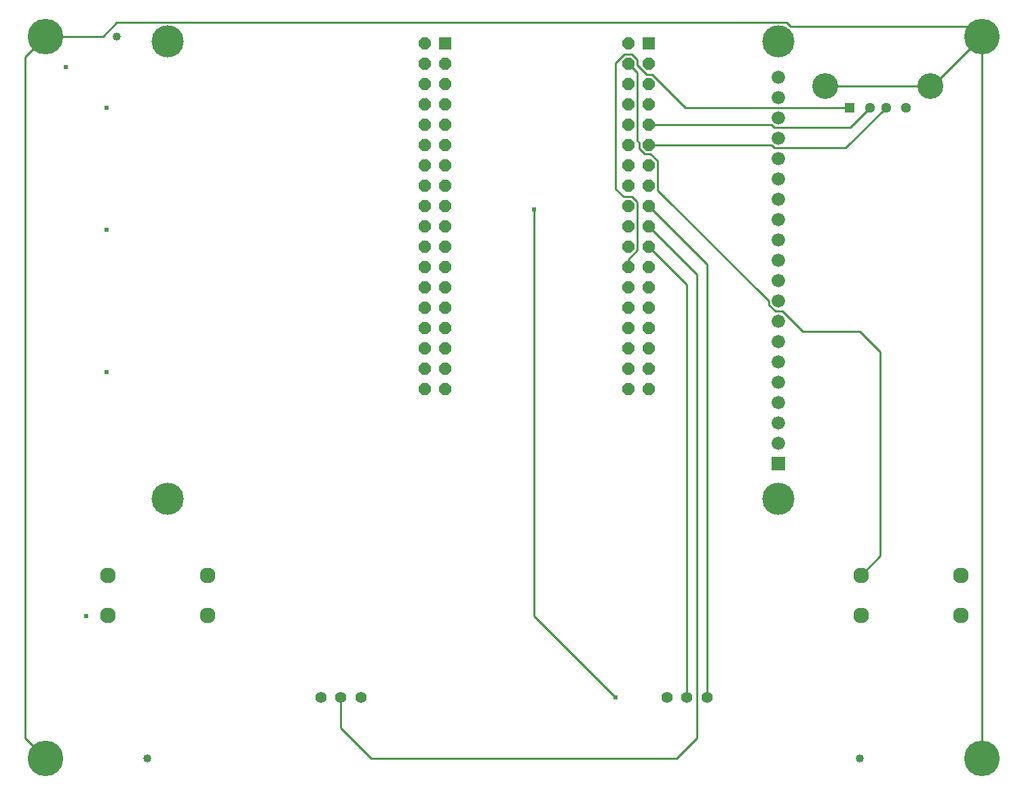
<source format=gbr>
G04 EAGLE Gerber RS-274X export*
G75*
%MOMM*%
%FSLAX34Y34*%
%LPD*%
%INBottom Copper*%
%IPPOS*%
%AMOC8*
5,1,8,0,0,1.08239X$1,22.5*%
G01*
%ADD10C,1.016000*%
%ADD11C,4.445000*%
%ADD12C,1.400000*%
%ADD13R,1.676400X1.676400*%
%ADD14C,1.676400*%
%ADD15C,4.016000*%
%ADD16C,1.960000*%
%ADD17R,1.524000X1.524000*%
%ADD18P,1.649562X8X292.500000*%
%ADD19R,1.288000X1.288000*%
%ADD20C,1.288000*%
%ADD21C,3.220000*%
%ADD22C,0.609600*%
%ADD23C,0.254000*%


D10*
X177800Y50800D03*
X1066800Y50800D03*
X139700Y952500D03*
D11*
X50800Y50800D03*
X1219200Y50800D03*
X1219200Y952500D03*
X50800Y952500D03*
D12*
X394100Y127000D03*
X419100Y127000D03*
X444100Y127000D03*
X825900Y127000D03*
X850900Y127000D03*
X875900Y127000D03*
D13*
X965200Y419100D03*
D14*
X965200Y444500D03*
X965200Y469900D03*
X965200Y495300D03*
X965200Y520700D03*
X965200Y546100D03*
X965200Y571500D03*
X965200Y596900D03*
X965200Y622300D03*
X965200Y647700D03*
X965200Y673100D03*
X965200Y698500D03*
X965200Y723900D03*
X965200Y749300D03*
X965200Y774700D03*
X965200Y800100D03*
X965200Y825500D03*
X965200Y850900D03*
X965200Y876300D03*
X965200Y901700D03*
D15*
X965200Y374650D03*
X965200Y946150D03*
X203200Y374650D03*
X203200Y946150D03*
D16*
X1192800Y279000D03*
X1192800Y229000D03*
X1067800Y229000D03*
X1067800Y279000D03*
X253000Y279000D03*
X253000Y229000D03*
X128000Y229000D03*
X128000Y279000D03*
D17*
X802900Y944200D03*
D18*
X777500Y944200D03*
X802900Y918800D03*
X777500Y918800D03*
X802900Y893400D03*
X777500Y893400D03*
X802900Y868000D03*
X777500Y868000D03*
X802900Y842600D03*
X777500Y842600D03*
X802900Y817200D03*
X777500Y817200D03*
X802900Y791800D03*
X777500Y791800D03*
X802900Y766400D03*
X777500Y766400D03*
X802900Y741000D03*
X777500Y741000D03*
X802900Y715600D03*
X777500Y715600D03*
X802900Y690200D03*
X777500Y690200D03*
X802900Y664800D03*
X777500Y664800D03*
X802900Y639400D03*
X777500Y639400D03*
X802900Y614000D03*
X777500Y614000D03*
X802900Y588600D03*
X777500Y588600D03*
X802900Y563200D03*
X777500Y563200D03*
X802900Y537800D03*
X777500Y537800D03*
X802900Y512400D03*
X777500Y512400D03*
D17*
X548900Y944200D03*
D18*
X523500Y944200D03*
X548900Y918800D03*
X523500Y918800D03*
X548900Y893400D03*
X523500Y893400D03*
X548900Y868000D03*
X523500Y868000D03*
X548900Y842600D03*
X523500Y842600D03*
X548900Y817200D03*
X523500Y817200D03*
X548900Y791800D03*
X523500Y791800D03*
X548900Y766400D03*
X523500Y766400D03*
X548900Y741000D03*
X523500Y741000D03*
X548900Y715600D03*
X523500Y715600D03*
X548900Y690200D03*
X523500Y690200D03*
X548900Y664800D03*
X523500Y664800D03*
X548900Y639400D03*
X523500Y639400D03*
X548900Y614000D03*
X523500Y614000D03*
X548900Y588600D03*
X523500Y588600D03*
X548900Y563200D03*
X523500Y563200D03*
X548900Y537800D03*
X523500Y537800D03*
X548900Y512400D03*
X523500Y512400D03*
D19*
X1054100Y863600D03*
D20*
X1079100Y863600D03*
X1099100Y863600D03*
X1124100Y863600D03*
D21*
X1023400Y890700D03*
X1154800Y890700D03*
D22*
X101600Y228600D03*
X127000Y533400D03*
X127000Y711200D03*
X127000Y863600D03*
X76200Y914400D03*
X762000Y127000D03*
D23*
X660400Y228600D01*
X660400Y736600D01*
D22*
X660400Y736600D03*
D23*
X802900Y690200D02*
X850900Y642200D01*
X850900Y127000D01*
X860850Y657650D02*
X802900Y715600D01*
X860850Y657650D02*
X863600Y654900D01*
X863600Y76200D01*
X838200Y50800D01*
X457200Y50800D02*
X419100Y88900D01*
X419100Y127000D01*
X457200Y50800D02*
X838200Y50800D01*
X960150Y838708D02*
X956258Y842600D01*
X802900Y842600D01*
X1054208Y838708D02*
X1079100Y863600D01*
X1054208Y838708D02*
X960150Y838708D01*
X956258Y817200D02*
X960150Y813308D01*
X956258Y817200D02*
X802900Y817200D01*
X1048808Y813308D02*
X1099100Y863600D01*
X1048808Y813308D02*
X960150Y813308D01*
X784650Y911650D02*
X777500Y918800D01*
X953008Y621792D02*
X953008Y617250D01*
X995142Y584200D02*
X1066800Y584200D01*
X995142Y584200D02*
X970250Y609092D01*
X961166Y609092D02*
X953008Y617250D01*
X961166Y609092D02*
X970250Y609092D01*
X1066800Y584200D02*
X1092200Y558800D01*
X1092200Y303400D02*
X1067800Y279000D01*
X953008Y621792D02*
X814330Y760470D01*
X1092200Y558800D02*
X1092200Y303400D01*
X814330Y796535D02*
X813732Y797132D01*
X814330Y796535D02*
X814330Y760470D01*
X788332Y837268D02*
X788930Y837866D01*
X788930Y907370D02*
X784650Y911650D01*
X788930Y907370D02*
X788930Y837866D01*
X788332Y837268D02*
X788332Y822532D01*
X791470Y819395D01*
X791470Y812466D01*
X798166Y805770D01*
X805095Y805770D01*
X813732Y797132D01*
X788930Y923535D02*
X782235Y930230D01*
X772766Y930230D01*
X800706Y904830D02*
X807635Y904830D01*
X800706Y904830D02*
X788930Y916606D01*
X788930Y923535D01*
X848865Y863600D02*
X1054100Y863600D01*
X848865Y863600D02*
X807635Y904830D01*
X762000Y919465D02*
X762000Y762000D01*
X782235Y752430D02*
X788930Y745735D01*
X777500Y674036D02*
X777500Y664800D01*
X777500Y674036D02*
X788930Y685466D01*
X771570Y752430D02*
X762000Y762000D01*
X771570Y752430D02*
X782235Y752430D01*
X788930Y745735D02*
X788930Y711200D01*
X788930Y710866D02*
X788930Y685466D01*
X762000Y919465D02*
X772766Y930230D01*
X788930Y711200D02*
X788930Y710866D01*
X802900Y741000D02*
X875900Y668000D01*
X875900Y127000D01*
X50800Y50800D02*
X25400Y76200D01*
X25400Y927100D02*
X50800Y952500D01*
X25400Y927100D02*
X25400Y76200D01*
X1219200Y50800D02*
X1219200Y952500D01*
X1157400Y890700D01*
X1154800Y890700D01*
X122195Y952500D02*
X50800Y952500D01*
X975096Y970040D02*
X979936Y965200D01*
X1219200Y965200D01*
X139735Y970040D02*
X122195Y952500D01*
X139735Y970040D02*
X975096Y970040D01*
X1219200Y965200D02*
X1219200Y952500D01*
X1154800Y890700D02*
X1023400Y890700D01*
M02*

</source>
